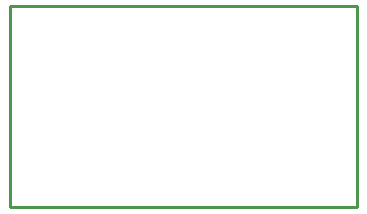
<source format=gko>
G04 Layer: BoardOutline*
G04 EasyEDA v6.4.19.4, 2021-06-18T20:22:14+05:30*
G04 545d4b8ce55c4096bfffc31d6a5384ca,10*
G04 Gerber Generator version 0.2*
G04 Scale: 100 percent, Rotated: No, Reflected: No *
G04 Dimensions in millimeters *
G04 leading zeros omitted , absolute positions ,4 integer and 5 decimal *
%FSLAX45Y45*%
%MOMM*%

%ADD10C,0.2540*%
D10*
X698500Y4838700D02*
G01*
X698500Y4902200D01*
X3632200Y4902200D01*
X3632200Y3199892D01*
X700023Y3199892D01*
X698500Y4889500D01*

%LPD*%
M02*

</source>
